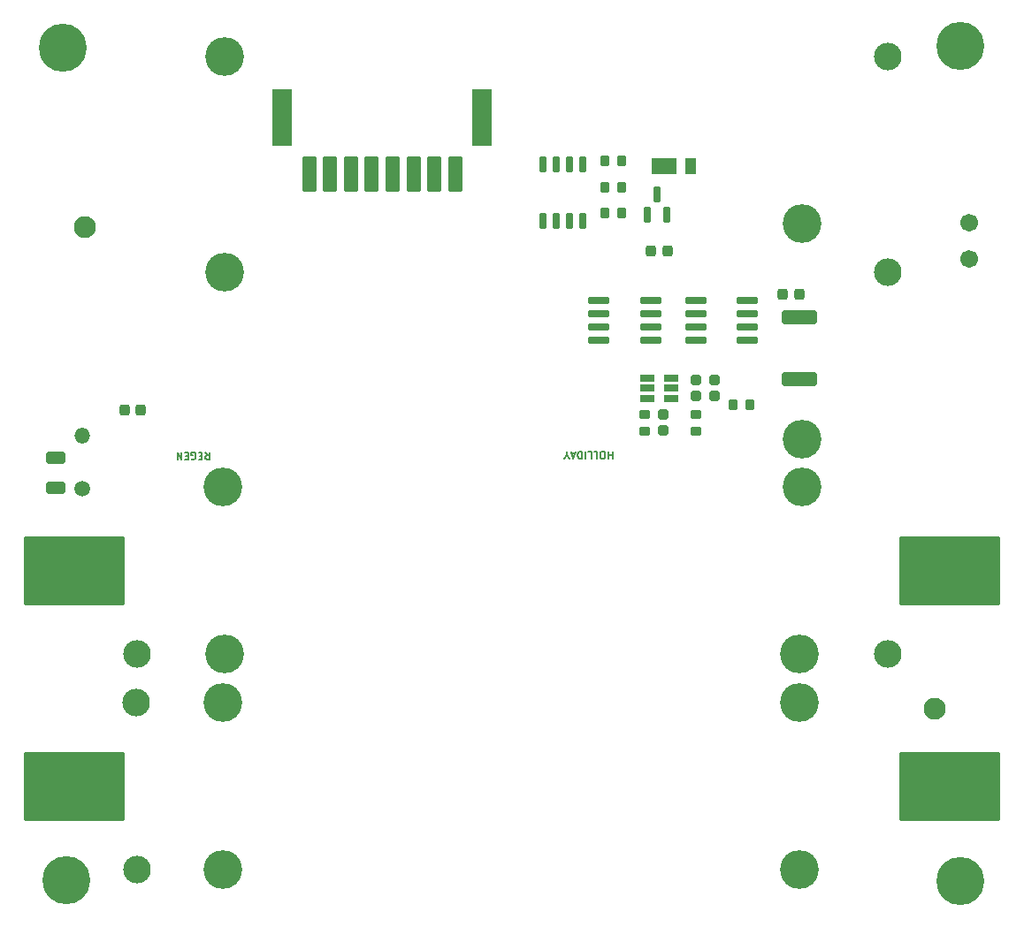
<source format=gts>
%TF.GenerationSoftware,KiCad,Pcbnew,7.0.2-0*%
%TF.CreationDate,2024-05-07T22:45:00-07:00*%
%TF.ProjectId,batteryboard,62617474-6572-4796-926f-6172642e6b69,v2B*%
%TF.SameCoordinates,Original*%
%TF.FileFunction,Soldermask,Top*%
%TF.FilePolarity,Negative*%
%FSLAX46Y46*%
G04 Gerber Fmt 4.6, Leading zero omitted, Abs format (unit mm)*
G04 Created by KiCad (PCBNEW 7.0.2-0) date 2024-05-07 22:45:00*
%MOMM*%
%LPD*%
G01*
G04 APERTURE LIST*
G04 Aperture macros list*
%AMRoundRect*
0 Rectangle with rounded corners*
0 $1 Rounding radius*
0 $2 $3 $4 $5 $6 $7 $8 $9 X,Y pos of 4 corners*
0 Add a 4 corners polygon primitive as box body*
4,1,4,$2,$3,$4,$5,$6,$7,$8,$9,$2,$3,0*
0 Add four circle primitives for the rounded corners*
1,1,$1+$1,$2,$3*
1,1,$1+$1,$4,$5*
1,1,$1+$1,$6,$7*
1,1,$1+$1,$8,$9*
0 Add four rect primitives between the rounded corners*
20,1,$1+$1,$2,$3,$4,$5,0*
20,1,$1+$1,$4,$5,$6,$7,0*
20,1,$1+$1,$6,$7,$8,$9,0*
20,1,$1+$1,$8,$9,$2,$3,0*%
G04 Aperture macros list end*
%ADD10C,0.175000*%
%ADD11RoundRect,0.050800X0.622300X1.625600X-0.622300X1.625600X-0.622300X-1.625600X0.622300X-1.625600X0*%
%ADD12RoundRect,0.050800X0.876300X2.679700X-0.876300X2.679700X-0.876300X-2.679700X0.876300X-2.679700X0*%
%ADD13C,3.708400*%
%ADD14C,2.641600*%
%ADD15RoundRect,0.050800X4.733800X3.238500X-4.733800X3.238500X-4.733800X-3.238500X4.733800X-3.238500X0*%
%ADD16RoundRect,0.200800X-0.512500X-0.150000X0.512500X-0.150000X0.512500X0.150000X-0.512500X0.150000X0*%
%ADD17RoundRect,0.050800X-4.733800X-3.238500X4.733800X-3.238500X4.733800X3.238500X-4.733800X3.238500X0*%
%ADD18RoundRect,0.275800X-0.250000X0.225000X-0.250000X-0.225000X0.250000X-0.225000X0.250000X0.225000X0*%
%ADD19RoundRect,0.275800X0.225000X0.250000X-0.225000X0.250000X-0.225000X-0.250000X0.225000X-0.250000X0*%
%ADD20RoundRect,0.250800X0.200000X0.275000X-0.200000X0.275000X-0.200000X-0.275000X0.200000X-0.275000X0*%
%ADD21RoundRect,0.250800X0.275000X-0.200000X0.275000X0.200000X-0.275000X0.200000X-0.275000X-0.200000X0*%
%ADD22RoundRect,0.200800X-0.825000X-0.150000X0.825000X-0.150000X0.825000X0.150000X-0.825000X0.150000X0*%
%ADD23RoundRect,0.200800X0.825000X0.150000X-0.825000X0.150000X-0.825000X-0.150000X0.825000X-0.150000X0*%
%ADD24RoundRect,0.250800X-0.275000X0.200000X-0.275000X-0.200000X0.275000X-0.200000X0.275000X0.200000X0*%
%ADD25RoundRect,0.300800X1.425000X-0.362500X1.425000X0.362500X-1.425000X0.362500X-1.425000X-0.362500X0*%
%ADD26C,2.101600*%
%ADD27C,4.601600*%
%ADD28C,1.701800*%
%ADD29RoundRect,0.300800X-0.625000X0.312500X-0.625000X-0.312500X0.625000X-0.312500X0.625000X0.312500X0*%
%ADD30C,1.501600*%
%ADD31O,1.501600X1.501600*%
%ADD32RoundRect,0.250800X-0.200000X-0.275000X0.200000X-0.275000X0.200000X0.275000X-0.200000X0.275000X0*%
%ADD33RoundRect,0.063500X-0.450000X-0.700000X0.450000X-0.700000X0.450000X0.700000X-0.450000X0.700000X0*%
%ADD34RoundRect,0.063500X-1.100000X-0.700000X1.100000X-0.700000X1.100000X0.700000X-1.100000X0.700000X0*%
%ADD35RoundRect,0.063500X-0.279400X-0.660400X0.279400X-0.660400X0.279400X0.660400X-0.279400X0.660400X0*%
%ADD36RoundRect,0.275800X-0.225000X-0.250000X0.225000X-0.250000X0.225000X0.250000X-0.225000X0.250000X0*%
%ADD37RoundRect,0.050800X0.279400X-0.711200X0.279400X0.711200X-0.279400X0.711200X-0.279400X-0.711200X0*%
G04 APERTURE END LIST*
D10*
X110741019Y-97750646D02*
X110741019Y-98450646D01*
X110741019Y-98117313D02*
X110341019Y-98117313D01*
X110341019Y-97750646D02*
X110341019Y-98450646D01*
X109874353Y-98450646D02*
X109741019Y-98450646D01*
X109741019Y-98450646D02*
X109674353Y-98417313D01*
X109674353Y-98417313D02*
X109607686Y-98350646D01*
X109607686Y-98350646D02*
X109574353Y-98217313D01*
X109574353Y-98217313D02*
X109574353Y-97983980D01*
X109574353Y-97983980D02*
X109607686Y-97850646D01*
X109607686Y-97850646D02*
X109674353Y-97783980D01*
X109674353Y-97783980D02*
X109741019Y-97750646D01*
X109741019Y-97750646D02*
X109874353Y-97750646D01*
X109874353Y-97750646D02*
X109941019Y-97783980D01*
X109941019Y-97783980D02*
X110007686Y-97850646D01*
X110007686Y-97850646D02*
X110041019Y-97983980D01*
X110041019Y-97983980D02*
X110041019Y-98217313D01*
X110041019Y-98217313D02*
X110007686Y-98350646D01*
X110007686Y-98350646D02*
X109941019Y-98417313D01*
X109941019Y-98417313D02*
X109874353Y-98450646D01*
X108941020Y-97750646D02*
X109274353Y-97750646D01*
X109274353Y-97750646D02*
X109274353Y-98450646D01*
X108374353Y-97750646D02*
X108707686Y-97750646D01*
X108707686Y-97750646D02*
X108707686Y-98450646D01*
X108141019Y-97750646D02*
X108141019Y-98450646D01*
X107807686Y-97750646D02*
X107807686Y-98450646D01*
X107807686Y-98450646D02*
X107641019Y-98450646D01*
X107641019Y-98450646D02*
X107541019Y-98417313D01*
X107541019Y-98417313D02*
X107474353Y-98350646D01*
X107474353Y-98350646D02*
X107441019Y-98283980D01*
X107441019Y-98283980D02*
X107407686Y-98150646D01*
X107407686Y-98150646D02*
X107407686Y-98050646D01*
X107407686Y-98050646D02*
X107441019Y-97917313D01*
X107441019Y-97917313D02*
X107474353Y-97850646D01*
X107474353Y-97850646D02*
X107541019Y-97783980D01*
X107541019Y-97783980D02*
X107641019Y-97750646D01*
X107641019Y-97750646D02*
X107807686Y-97750646D01*
X107141019Y-97950646D02*
X106807686Y-97950646D01*
X107207686Y-97750646D02*
X106974353Y-98450646D01*
X106974353Y-98450646D02*
X106741019Y-97750646D01*
X106374353Y-98083980D02*
X106374353Y-97750646D01*
X106607686Y-98450646D02*
X106374353Y-98083980D01*
X106374353Y-98083980D02*
X106141019Y-98450646D01*
X71732632Y-97809066D02*
X71965965Y-98142400D01*
X72132632Y-97809066D02*
X72132632Y-98509066D01*
X72132632Y-98509066D02*
X71865965Y-98509066D01*
X71865965Y-98509066D02*
X71799299Y-98475733D01*
X71799299Y-98475733D02*
X71765965Y-98442400D01*
X71765965Y-98442400D02*
X71732632Y-98375733D01*
X71732632Y-98375733D02*
X71732632Y-98275733D01*
X71732632Y-98275733D02*
X71765965Y-98209066D01*
X71765965Y-98209066D02*
X71799299Y-98175733D01*
X71799299Y-98175733D02*
X71865965Y-98142400D01*
X71865965Y-98142400D02*
X72132632Y-98142400D01*
X71432632Y-98175733D02*
X71199299Y-98175733D01*
X71099299Y-97809066D02*
X71432632Y-97809066D01*
X71432632Y-97809066D02*
X71432632Y-98509066D01*
X71432632Y-98509066D02*
X71099299Y-98509066D01*
X70432632Y-98475733D02*
X70499299Y-98509066D01*
X70499299Y-98509066D02*
X70599299Y-98509066D01*
X70599299Y-98509066D02*
X70699299Y-98475733D01*
X70699299Y-98475733D02*
X70765966Y-98409066D01*
X70765966Y-98409066D02*
X70799299Y-98342400D01*
X70799299Y-98342400D02*
X70832632Y-98209066D01*
X70832632Y-98209066D02*
X70832632Y-98109066D01*
X70832632Y-98109066D02*
X70799299Y-97975733D01*
X70799299Y-97975733D02*
X70765966Y-97909066D01*
X70765966Y-97909066D02*
X70699299Y-97842400D01*
X70699299Y-97842400D02*
X70599299Y-97809066D01*
X70599299Y-97809066D02*
X70532632Y-97809066D01*
X70532632Y-97809066D02*
X70432632Y-97842400D01*
X70432632Y-97842400D02*
X70399299Y-97875733D01*
X70399299Y-97875733D02*
X70399299Y-98109066D01*
X70399299Y-98109066D02*
X70532632Y-98109066D01*
X70099299Y-98175733D02*
X69865966Y-98175733D01*
X69765966Y-97809066D02*
X70099299Y-97809066D01*
X70099299Y-97809066D02*
X70099299Y-98509066D01*
X70099299Y-98509066D02*
X69765966Y-98509066D01*
X69465966Y-97809066D02*
X69465966Y-98509066D01*
X69465966Y-98509066D02*
X69065966Y-97809066D01*
X69065966Y-97809066D02*
X69065966Y-98509066D01*
D11*
X81680301Y-71185900D03*
X83680300Y-71185900D03*
X85680301Y-71185900D03*
X87680299Y-71185900D03*
X89680301Y-71185900D03*
X91680299Y-71185900D03*
X93680300Y-71185900D03*
X95680301Y-71185900D03*
D12*
X98230301Y-65760899D03*
X79130299Y-65760899D03*
D13*
X128638300Y-121843800D03*
X73393300Y-137845800D03*
D14*
X65163700Y-121843800D03*
D15*
X143027400Y-129844800D03*
X59207400Y-129844800D03*
D16*
X114051500Y-90744000D03*
X114051500Y-91694000D03*
X114051500Y-92644000D03*
X116326500Y-92644000D03*
X116326500Y-91694000D03*
X116326500Y-90744000D03*
D13*
X73621900Y-117195600D03*
X128866900Y-101193600D03*
D14*
X137096500Y-117195600D03*
D17*
X59232800Y-109194600D03*
X143052800Y-109194600D03*
D18*
X120523000Y-90919000D03*
X120523000Y-92469000D03*
X118745000Y-90919000D03*
X118745000Y-92469000D03*
X115570000Y-94221000D03*
X115570000Y-95771000D03*
D19*
X128600500Y-82677000D03*
X127050500Y-82677000D03*
D20*
X123888000Y-93281500D03*
X122238000Y-93281500D03*
D21*
X118745000Y-95821000D03*
X118745000Y-94171000D03*
D22*
X109412000Y-83312000D03*
X109412000Y-84582000D03*
X109412000Y-85852000D03*
X109412000Y-87122000D03*
X114362000Y-87122000D03*
X114362000Y-85852000D03*
X114362000Y-84582000D03*
X114362000Y-83312000D03*
D23*
X123633000Y-87122000D03*
X123633000Y-85852000D03*
X123633000Y-84582000D03*
X123633000Y-83312000D03*
X118683000Y-83312000D03*
X118683000Y-84582000D03*
X118683000Y-85852000D03*
X118683000Y-87122000D03*
D24*
X113792000Y-94171000D03*
X113792000Y-95821000D03*
D25*
X128587500Y-90783000D03*
X128587500Y-84858000D03*
D26*
X141592300Y-122389900D03*
X60185300Y-76288900D03*
D27*
X144010300Y-138899900D03*
X58060700Y-59098900D03*
X58441700Y-138854900D03*
X144010300Y-58889900D03*
D28*
X144903300Y-79312103D03*
X144903300Y-75812100D03*
D29*
X57391300Y-98321400D03*
X57391300Y-101246400D03*
D30*
X59939300Y-101307900D03*
D31*
X59939300Y-96227900D03*
D32*
X109960300Y-69899900D03*
X111610300Y-69899900D03*
D33*
X118194700Y-70378900D03*
D34*
X115644700Y-70378900D03*
D20*
X111610300Y-72409900D03*
X109960300Y-72409900D03*
D35*
X114039600Y-75034900D03*
X115944600Y-75034900D03*
X114992100Y-73155300D03*
D36*
X64016700Y-93769900D03*
X65566700Y-93769900D03*
D37*
X104034700Y-75634300D03*
X105304700Y-75634300D03*
X106574700Y-75634300D03*
X107844700Y-75634300D03*
X107844700Y-70249500D03*
X106574700Y-70249500D03*
X105304700Y-70249500D03*
X104034700Y-70249500D03*
D36*
X114435700Y-78529900D03*
X115985700Y-78529900D03*
D32*
X109960300Y-74919900D03*
X111610300Y-74919900D03*
D13*
X73596500Y-80568800D03*
X128841500Y-96570800D03*
D14*
X137071100Y-80568800D03*
D13*
X128663700Y-137845800D03*
X73418700Y-121843800D03*
D14*
X65189100Y-137845800D03*
D13*
X128663700Y-117195600D03*
X73418700Y-101193600D03*
D14*
X65189100Y-117195600D03*
D13*
X73596500Y-59918600D03*
X128841500Y-75920600D03*
D14*
X137071100Y-59918600D03*
M02*

</source>
